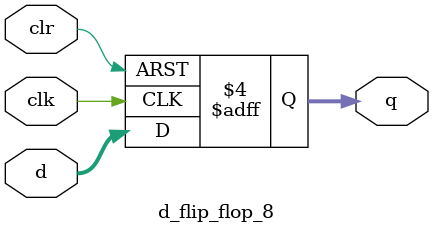
<source format=v>
module top (
    input clk,
    input rst,
    input Write_Reg, 

    input [2:0] Change_M,
    input [3:0] R_Addr_A,
    input [3:0] R_Addr_B,
    input [3:0] R_Addr_C,
    input [3:0] W_Addr,
    input [31:0] W_Data,
    
    input W_SPSR_s,
    input [2:0] W_CPSR_s,
    input Write_SPSR,
    input Write_CPSR,
    input [31:0] SPSR_New,
    input [31:0] CPSR_New,
    input [3:0] MASK,
    input [3:0] NZCV,
    input S,

    output [31:0] R_Data_A,
    output [31:0] R_Data_B,
    output [31:0] R_Data_C,
    output [31:0] SPSR_fiq,
    output [31:0] SPSR_irq,
    output [31:0] SPSR_abt,
    output [31:0] SPSR_svc,
    output [31:0] SPSR_und,
    output [31:0] SPSR_mon,
    output [31:0] SPSR_hyp,
    output [31:0] CPSR
);
    wire [31:0] PC_New, PC;
    register_pile reg1 (
        clk,
        rst,
        Write_PC,
        Write_Reg,
        SP_in,
        SP_out,
        Change_M,
        R_Addr_A,
        R_Addr_B,
        R_Addr_C,
        W_Addr,
        CPSR,
        W_Data,
        PC_New,
        R_Data_A,
        R_Data_B,
        R_Data_C,
        PC
    );

    Reg_CPSR CPSR1(
        clk, 
        W_SPSR_s,
        W_CPSR_s,
        Write_SPSR,
        Write_CPSR,
        SPSR_New,
        CPSR_New,
        MASK,
        NZCV,
        Change_M,
        S,
        SPSR_fiq,
        SPSR_irq,
        SPSR_abt,
        SPSR_svc,
        SPSR_und,
        SPSR_mon,
        SPSR_hyp,
        CPSR
    );


endmodule

module register_pile(
    input clk,
    input rst,
    input Write_PC,
    input Write_Reg, 
    input SP_in, 
    input SP_out, 
    input [2:0] Change_M,
    input [3:0] R_Addr_A,
    input [3:0] R_Addr_B,
    input [3:0] R_Addr_C,
    input [3:0] W_Addr,
    input [31:0] CPSR,
    input [31:0] W_Data,
    input [31:0] PC_New,

    
    output [31:0] R_Data_A,
    output [31:0] R_Data_B,
    output [31:0] R_Data_C,
    output [31:0] R15
    );
    
    reg [4:0] M;
    reg [31:0] REG_Pile [0:15];
    reg [31:0] REG_File_user [0:15];
    reg [31:0] REG_File_fiq [8:12];
    reg [31:0] R_fiq[13:14], R_svc[13:14],R_abt[13:14],R_irq[13:14],R_und[13:14],R_mon[13:14],R_hyp;
    
    integer i;
    
    always@(Change_M or CPSR[4:0]) begin
        case(Change_M)
            3'd0: M <= CPSR[4:0];
            3'd1: M <= 5'b10001; //fiq
            3'd2: M <= 5'b10010; //irq
            3'd3: M <= 5'b10011; //svc
            3'd4: M <= 5'b11011; //und
        endcase
    end
    
    always@ ( negedge clk)
    begin
        for(i=0;i<13;i=i+1)
            REG_Pile[i] <= REG_File_user[i];
        if(CPSR[1:0] == 2'b01)
            begin
                REG_Pile[8] <= REG_File_fiq[8];
                REG_Pile[9] <= REG_File_fiq[9];
                REG_Pile[10] <= REG_File_fiq[10];
                REG_Pile[11] <= REG_File_fiq[11];
                REG_Pile[12] <= REG_File_fiq[12];
            end
        case(M[3:0])
        //two ways selecter
    //user
            4'b0000:
                begin
                    REG_Pile[13] <= REG_File_user[13];
                    REG_Pile[14] <= REG_File_user[14];
                end
   //sys
            4'b1111:
                 begin
                   REG_Pile[13] <= REG_File_user[13];
                   REG_Pile[14] <= REG_File_user[14];
                end
    //fiq
            4'b0001:
                begin
                    REG_Pile[13] <= R_fiq[13];
                    REG_Pile[14] <= R_fiq[14];
                end
    //irq
            4'b0010:
                begin
                    REG_Pile[13] <= R_irq[13];
                    REG_Pile[14] <= R_irq[14];
                end
    //svc
            4'b0011:
                begin
                    REG_Pile[13] <= R_svc[13];
                    REG_Pile[14] <= R_svc[14];
                end
    //mon
            4'b0110:
                 begin
                    REG_Pile[13] <= R_mon[13];
                    REG_Pile[14] <= R_mon[14];
                end            
    //abt
            4'b0111:
                 begin
                    REG_Pile[13] <= R_abt[13];
                    REG_Pile[14] <= R_abt[14];
                end
    //hyp
            4'b1010:
                 begin
                    REG_Pile[13] <= R_hyp;
                end
    //und
            4'b1011:
                 begin
                   REG_Pile[13] <= R_und[13];
                   REG_Pile[14] <= R_und[14];
                end
             default:;
        endcase
    end
   
    always@ (negedge clk or posedge rst)
    begin   
        if(rst) begin
            for( i = 0;i < 16;i = i + 1)
            begin
                REG_Pile[i] <= 0;
                REG_File_user[i]<=0;
                REG_File_fiq[i]<=0;
                R_fiq[i] <= 0;
                R_svc[i] <= 0;
                R_abt[i] <= 0;
                R_irq[i] <= 0;
                R_und[i] <= 0;
                R_mon[i] <= 0;
            end
            R_hyp<=0;
        end
        else if(Write_Reg) begin
                //·ÖÅäÆ÷     
            if(W_Addr<8)
                REG_File_user[W_Addr] <= W_Data;
            else if(W_Addr>=8 && W_Addr<13)
                case(CPSR[1:0])
                    2'b01:REG_File_fiq[W_Addr] <= W_Data;
                    default:
                        REG_File_user[W_Addr] <= W_Data;
                endcase
            else
                case(M[3:0])
                    4'b0000:REG_File_user[W_Addr] <= W_Data;
                    4'b1111:REG_File_user[W_Addr] <= W_Data;
                    4'b0001:R_fiq[W_Addr] <= W_Data;
                    4'b0010:R_irq[W_Addr] <= W_Data;
                    4'b0011:R_svc[W_Addr] <= W_Data;
                    4'b0110:R_mon[W_Addr] <= W_Data;
                    4'b0111:R_abt[W_Addr] <= W_Data;
                    4'b1010:R_hyp <= W_Data;
                    4'b1011:R_und[W_Addr] <= W_Data;
                    default:;
                endcase
            if(Write_PC)
                REG_Pile[15] <= PC_New;
        end          
    end
    
    assign R_Data_A = REG_Pile[R_Addr_A];
    assign R_Data_B = REG_Pile[R_Addr_B];
    assign R_Data_C = REG_Pile[R_Addr_C];
    assign R15 = REG_Pile[15];
    
endmodule

module Reg_CPSR(
    input clk, 
    input W_SPSR_s,
    input [2:0] W_CPSR_s,
    input Write_SPSR,
    input Write_CPSR,
    input [31:0] SPSR_New,
    input [31:0] CPSR_New,
    input [3:0] MASK,
    input [3:0] NZCV,
    input [2:0] Change_M,
    input S,
    
    output [31:0] SPSR_fiq,
    output [31:0] SPSR_irq,
    output [31:0] SPSR_abt,
    output [31:0] SPSR_svc,
    output [31:0] SPSR_und,
    output [31:0] SPSR_mon,
    output [31:0] SPSR_hyp,
    output [31:0] CPSR
    );
    reg [31:0] Curr_SPSR, CPSR_in;
    wire [31:0] new_SPSR;
    reg [6:0] clk_m;
    reg [4:0] M;
    
    assign new_SPSR = (W_SPSR_s == 1)? CPSR : SPSR_New;
//    assign CPSR_in = (W_CPSR_s == 1)? CPSR_New : Curr_SPSR;
    
    always@(Change_M or CPSR[4:0]) begin
        case(Change_M)
            3'd0: M <= CPSR[4:0];
            3'd1: M <= 5'b10001; //fiq
            3'd2: M <= 5'b10010; //irq
            3'd3: M <= 5'b10011; //svc
            3'd4: M <= 5'b11011; //und
        endcase
    end
    
    always@(W_CPSR_s)begin
        case(W_CPSR_s)
            3'd0: CPSR_in <= Curr_SPSR;
            3'd1: CPSR_in <= CPSR_New;
            3'd2: CPSR_in <= {CPSR[31:8],8'h92}; //irq
            3'd3: CPSR_in <= {CPSR[31:8],8'hD1}; //fiq
            3'd4: CPSR_in <= {CPSR[31:8],8'h93}; //svc
            3'd5: CPSR_in <= {CPSR[31:8],8'h1B}; //und
        endcase
    end
    
    always@(M[4:0]) begin
        if(M[4]) begin
            case(M[3:0])
                4'b0001: begin 
                    clk_m = 7'b0000001; 
                    Curr_SPSR <= SPSR_fiq;
                end
                4'b0010: begin 
                    clk_m = 7'b0000010; 
                    Curr_SPSR <= SPSR_irq;
                end
                4'b0011: begin 
                    clk_m = 7'b0000100; 
                    Curr_SPSR <= SPSR_svc;
                end 
                4'b0110: begin 
                    clk_m = 7'b0001000; 
                    Curr_SPSR <= SPSR_mon;
                end
                4'b0111: begin 
                    clk_m = 7'b0010000; 
                    Curr_SPSR <= SPSR_abt;
                end
                4'b1010: begin 
                    clk_m = 7'b0100000; 
                    Curr_SPSR <= SPSR_hyp;
                end
                4'b1011: begin 
                    clk_m = 7'b1000000; 
                    Curr_SPSR <= SPSR_und;
                end
            endcase
        end
    end

    
    //SPSR
    d_flip_flop_32 D_SPSR_fiq(
        .d(new_SPSR),
        .clk(~clk * Write_SPSR * clk_m[0]),
        .q(SPSR_fiq)
    );
    d_flip_flop_32 D_SPSR_irq(
        .d(new_SPSR),
        .clk(~clk * Write_SPSR * clk_m[1]),
        .q(SPSR_irq)
    );
    d_flip_flop_32 D_SPSR_svc(
        .d(new_SPSR),
        .clk(~clk * Write_SPSR * clk_m[2]),
        .q(SPSR_svc)
    );
    d_flip_flop_32 D_SPSR_mon(
        .d(new_SPSR),
        .clk(~clk * Write_SPSR * clk_m[3]),
        .q(SPSR_mon)
    );
    d_flip_flop_32 D_SPSR_abt(
        .d(new_SPSR),
        .clk(~clk * Write_SPSR * clk_m[4]),
        .q(SPSR_abt)
    );
    d_flip_flop_32 D_SPSR_hyp(
        .d(new_SPSR),
        .clk(~clk * Write_SPSR * clk_m[5]),
        .q(SPSR_hyp)
    );
    d_flip_flop_32 D_SPSR_und(
        .d(new_SPSR),
        .clk(~clk * Write_SPSR * clk_m[6]),
        .q(SPSR_und)
    );
    
    //CPSR
    d_flip_flop_8 D_CPSR_7_0(
        .d(CPSR_in[7:0]),
        .clk(~clk * Write_CPSR * ~(W_CPSR_s[0] * ~MASK[0] * ~W_CPSR_s[1] * ~W_CPSR_s[2])),
        .q(CPSR[7:0])
    );
    d_flip_flop_8 D_CPSR_15_8(
        .d(CPSR_in[15:8]),
        .clk(~clk * Write_CPSR * ((~W_CPSR_s[0]*~W_CPSR_s[1]*~W_CPSR_s[2])+(~W_CPSR_s[1]*~W_CPSR_s[2]*MASK[1]))),
        .q(CPSR[15:8])
    );
    d_flip_flop_8 D_CPSR_23_16(
        .d(CPSR_in[23:16]),
        .clk(~clk * Write_CPSR * ((~W_CPSR_s[0]*~W_CPSR_s[1]*~W_CPSR_s[2])+(~W_CPSR_s[1]*~W_CPSR_s[2]*MASK[2]))),
        .q(CPSR[23:16])
    );
    d_flip_flop_4 D_CPSR_27_24(
        .d(CPSR_in[27:24]),
        .clk(~clk * Write_CPSR * ((~W_CPSR_s[0]*~W_CPSR_s[1]*~W_CPSR_s[2])+(~W_CPSR_s[1]*~W_CPSR_s[2]*MASK[3]))),
        .q(CPSR[27:24])
    );
    d_flip_flop_4 D_CPSR_31_28(
        .d((S==0)? CPSR_in[31:28] : NZCV),
        .clk((~clk * Write_CPSR * ((~W_CPSR_s[0]*~W_CPSR_s[1]*~W_CPSR_s[2])+(~W_CPSR_s[1]*~W_CPSR_s[2]*MASK[3])))+(~clk  *  S)),
        .q(CPSR[31:28])
    );
endmodule

module d_flip_flop_32(
    input [31:0]d,
    input clk,
    input clr,
    output reg [31:0] q
    );
        
    always@ (posedge clk or posedge clr) begin
        if(clr) begin
            q <= 0; 
        end
        else begin
            q <= d;
        end
    end
    
endmodule

module d_flip_flop_4(
    input [3:0]d,
    input clk,
    input clr,
    output reg [3:0] q
    );
        
    always@ (posedge clk or posedge clr) begin
        if(clr) begin
            q <= 0; 
        end
        else begin
            q <= d;
        end
    end
    
endmodule

module d_flip_flop_8(
    input [7:0]d,
    input clk,
    input clr,
    output reg [7:0] q
    );
        
    always@ (posedge clk or posedge clr) begin
        if(clr) begin
            q <= 0; 
        end
        else begin
            q <= d;
        end
    end
    
endmodule
</source>
